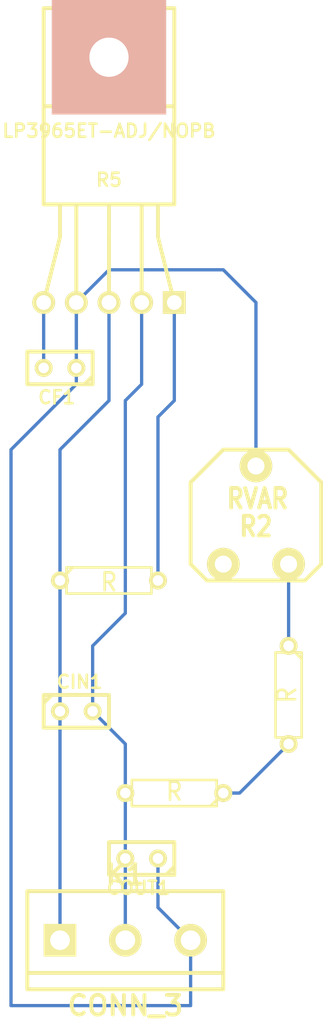
<source format=kicad_pcb>
(kicad_pcb (version 3) (host pcbnew "(2013-may-18)-stable")

  (general
    (links 15)
    (no_connects 0)
    (area 175.468845 42.98982 202.336401 124.3584)
    (thickness 1.6)
    (drawings 0)
    (tracks 38)
    (zones 0)
    (modules 9)
    (nets 8)
  )

  (page A3)
  (layers
    (15 F.Cu signal)
    (0 B.Cu signal)
    (16 B.Adhes user)
    (17 F.Adhes user)
    (18 B.Paste user)
    (19 F.Paste user)
    (20 B.SilkS user)
    (21 F.SilkS user)
    (22 B.Mask user)
    (23 F.Mask user)
    (24 Dwgs.User user)
    (25 Cmts.User user)
    (26 Eco1.User user)
    (27 Eco2.User user)
    (28 Edge.Cuts user)
  )

  (setup
    (last_trace_width 0.254)
    (trace_clearance 0.254)
    (zone_clearance 0.508)
    (zone_45_only no)
    (trace_min 0.254)
    (segment_width 0.2)
    (edge_width 0.15)
    (via_size 0.889)
    (via_drill 0.635)
    (via_min_size 0.889)
    (via_min_drill 0.508)
    (uvia_size 0.508)
    (uvia_drill 0.127)
    (uvias_allowed no)
    (uvia_min_size 0.508)
    (uvia_min_drill 0.127)
    (pcb_text_width 0.3)
    (pcb_text_size 1 1)
    (mod_edge_width 0.15)
    (mod_text_size 1 1)
    (mod_text_width 0.15)
    (pad_size 1 1)
    (pad_drill 0.6)
    (pad_to_mask_clearance 0)
    (aux_axis_origin 0 0)
    (visible_elements 7FFFFFFF)
    (pcbplotparams
      (layerselection 3178497)
      (usegerberextensions true)
      (excludeedgelayer true)
      (linewidth 0.150000)
      (plotframeref false)
      (viasonmask false)
      (mode 1)
      (useauxorigin false)
      (hpglpennumber 1)
      (hpglpenspeed 20)
      (hpglpendiameter 15)
      (hpglpenoverlay 2)
      (psnegative false)
      (psa4output false)
      (plotreference true)
      (plotvalue true)
      (plotothertext true)
      (plotinvisibletext false)
      (padsonsilk false)
      (subtractmaskfromsilk false)
      (outputformat 1)
      (mirror false)
      (drillshape 1)
      (scaleselection 1)
      (outputdirectory ""))
  )

  (net 0 "")
  (net 1 GND)
  (net 2 N-000002)
  (net 3 N-000003)
  (net 4 N-000004)
  (net 5 N-000005)
  (net 6 N-000006)
  (net 7 N-000007)

  (net_class Default "This is the default net class."
    (clearance 0.254)
    (trace_width 0.254)
    (via_dia 0.889)
    (via_drill 0.635)
    (uvia_dia 0.508)
    (uvia_drill 0.127)
    (add_net "")
    (add_net GND)
    (add_net N-000002)
    (add_net N-000003)
    (add_net N-000004)
    (add_net N-000005)
    (add_net N-000006)
    (add_net N-000007)
  )

  (module TO220-5 (layer F.Cu) (tedit 5404E6D1) (tstamp 54174E0F)
    (at 185.42 66.04 90)
    (descr "Transistor TO 220-5")
    (tags "TR TO220 DEV")
    (path /5404C824)
    (fp_text reference R5 (at 6.985 0 180) (layer F.SilkS)
      (effects (font (size 1.016 1.016) (thickness 0.2032)))
    )
    (fp_text value LP3965ET-ADJ/NOPB (at 10.795 0 180) (layer F.SilkS)
      (effects (font (size 1.016 1.016) (thickness 0.2032)))
    )
    (fp_line (start 5.08 3.81) (end 2.54 3.81) (layer F.SilkS) (width 0.3))
    (fp_line (start 2.54 2.54) (end 5.08 2.54) (layer F.SilkS) (width 0.3))
    (fp_line (start 2.54 0) (end 5.08 0) (layer F.SilkS) (width 0.3))
    (fp_line (start 5.08 -2.54) (end -2.54 -2.54) (layer F.SilkS) (width 0.3))
    (fp_line (start 5.08 -3.81) (end 2.54 -3.81) (layer F.SilkS) (width 0.3))
    (fp_line (start 2.54 -3.81) (end -2.54 -5.08) (layer F.SilkS) (width 0.3))
    (fp_line (start -2.54 5.08) (end 2.54 3.81) (layer F.SilkS) (width 0.3))
    (fp_line (start -2.54 0) (end 2.54 0) (layer F.SilkS) (width 0.3048))
    (fp_line (start -2.54 2.54) (end 2.54 2.54) (layer F.SilkS) (width 0.3048))
    (fp_line (start 5.08 5.08) (end 20.32 5.08) (layer F.SilkS) (width 0.3048))
    (fp_line (start 20.32 5.08) (end 20.32 -5.08) (layer F.SilkS) (width 0.3048))
    (fp_line (start 20.32 -5.08) (end 5.08 -5.08) (layer F.SilkS) (width 0.3048))
    (fp_line (start 5.08 -5.08) (end 5.08 5.08) (layer F.SilkS) (width 0.3048))
    (fp_line (start 12.7 3.81) (end 12.7 -5.08) (layer F.SilkS) (width 0.3048))
    (fp_line (start 12.7 3.81) (end 12.7 5.08) (layer F.SilkS) (width 0.3048))
    (pad 1 thru_hole rect (at -2.54 5.08 90) (size 1.778 1.778) (drill 1.143)
      (layers *.Cu *.Mask F.SilkS)
      (net 3 N-000003)
    )
    (pad 2 thru_hole circle (at -2.54 0 90) (size 1.778 1.778) (drill 1.143)
      (layers *.Cu *.Mask F.SilkS)
      (net 7 N-000007)
    )
    (pad 3 thru_hole circle (at -2.54 2.54 90) (size 1.778 1.778) (drill 1.143)
      (layers *.Cu *.Mask F.SilkS)
      (net 1 GND)
    )
    (pad 6 thru_hole rect (at 16.51 0 90) (size 8.89 8.89) (drill 3.048)
      (layers *.Cu *.SilkS *.Mask)
    )
    (pad 4 thru_hole circle (at -2.54 -2.54 90) (size 1.778 1.778) (drill 1.143)
      (layers *.Cu *.Mask F.SilkS)
      (net 6 N-000006)
    )
    (pad 5 thru_hole circle (at -2.54 -5.08 90) (size 1.778 1.778) (drill 1.143)
      (layers *.Cu *.Mask F.SilkS)
      (net 2 N-000002)
    )
    (model discret/to220_horiz.wrl
      (at (xyz 0 0 0))
      (scale (xyz 1 1 1))
      (rotate (xyz 0 0 0))
    )
  )

  (module R3 (layer F.Cu) (tedit 4E4C0E65) (tstamp 543307FA)
    (at 190.5 106.68 180)
    (descr "Resitance 3 pas")
    (tags R)
    (path /5404C8D9)
    (autoplace_cost180 10)
    (fp_text reference R1 (at 0 0.127 180) (layer F.SilkS) hide
      (effects (font (size 1.397 1.27) (thickness 0.2032)))
    )
    (fp_text value R (at 0 0.127 180) (layer F.SilkS)
      (effects (font (size 1.397 1.27) (thickness 0.2032)))
    )
    (fp_line (start -3.81 0) (end -3.302 0) (layer F.SilkS) (width 0.2032))
    (fp_line (start 3.81 0) (end 3.302 0) (layer F.SilkS) (width 0.2032))
    (fp_line (start 3.302 0) (end 3.302 -1.016) (layer F.SilkS) (width 0.2032))
    (fp_line (start 3.302 -1.016) (end -3.302 -1.016) (layer F.SilkS) (width 0.2032))
    (fp_line (start -3.302 -1.016) (end -3.302 1.016) (layer F.SilkS) (width 0.2032))
    (fp_line (start -3.302 1.016) (end 3.302 1.016) (layer F.SilkS) (width 0.2032))
    (fp_line (start 3.302 1.016) (end 3.302 0) (layer F.SilkS) (width 0.2032))
    (fp_line (start -3.302 -0.508) (end -2.794 -1.016) (layer F.SilkS) (width 0.2032))
    (pad 1 thru_hole circle (at -3.81 0 180) (size 1.397 1.397) (drill 0.8128)
      (layers *.Cu *.Mask F.SilkS)
      (net 5 N-000005)
    )
    (pad 2 thru_hole circle (at 3.81 0 180) (size 1.397 1.397) (drill 0.8128)
      (layers *.Cu *.Mask F.SilkS)
      (net 1 GND)
    )
    (model discret/resistor.wrl
      (at (xyz 0 0 0))
      (scale (xyz 0.3 0.3 0.3))
      (rotate (xyz 0 0 0))
    )
  )

  (module R3 (layer F.Cu) (tedit 4E4C0E65) (tstamp 5432FE3F)
    (at 199.39 99.06 270)
    (descr "Resitance 3 pas")
    (tags R)
    (path /5404D4B5)
    (autoplace_cost180 10)
    (fp_text reference R3 (at 0 0.127 270) (layer F.SilkS) hide
      (effects (font (size 1.397 1.27) (thickness 0.2032)))
    )
    (fp_text value R (at 0 0.127 270) (layer F.SilkS)
      (effects (font (size 1.397 1.27) (thickness 0.2032)))
    )
    (fp_line (start -3.81 0) (end -3.302 0) (layer F.SilkS) (width 0.2032))
    (fp_line (start 3.81 0) (end 3.302 0) (layer F.SilkS) (width 0.2032))
    (fp_line (start 3.302 0) (end 3.302 -1.016) (layer F.SilkS) (width 0.2032))
    (fp_line (start 3.302 -1.016) (end -3.302 -1.016) (layer F.SilkS) (width 0.2032))
    (fp_line (start -3.302 -1.016) (end -3.302 1.016) (layer F.SilkS) (width 0.2032))
    (fp_line (start -3.302 1.016) (end 3.302 1.016) (layer F.SilkS) (width 0.2032))
    (fp_line (start 3.302 1.016) (end 3.302 0) (layer F.SilkS) (width 0.2032))
    (fp_line (start -3.302 -0.508) (end -2.794 -1.016) (layer F.SilkS) (width 0.2032))
    (pad 1 thru_hole circle (at -3.81 0 270) (size 1.397 1.397) (drill 0.8128)
      (layers *.Cu *.Mask F.SilkS)
      (net 4 N-000004)
    )
    (pad 2 thru_hole circle (at 3.81 0 270) (size 1.397 1.397) (drill 0.8128)
      (layers *.Cu *.Mask F.SilkS)
      (net 5 N-000005)
    )
    (model discret/resistor.wrl
      (at (xyz 0 0 0))
      (scale (xyz 0.3 0.3 0.3))
      (rotate (xyz 0 0 0))
    )
  )

  (module R3 (layer F.Cu) (tedit 4E4C0E65) (tstamp 54174E39)
    (at 185.42 90.17)
    (descr "Resitance 3 pas")
    (tags R)
    (path /5404D6B8)
    (autoplace_cost180 10)
    (fp_text reference R4 (at 0 0.127) (layer F.SilkS) hide
      (effects (font (size 1.397 1.27) (thickness 0.2032)))
    )
    (fp_text value R (at 0 0.127) (layer F.SilkS)
      (effects (font (size 1.397 1.27) (thickness 0.2032)))
    )
    (fp_line (start -3.81 0) (end -3.302 0) (layer F.SilkS) (width 0.2032))
    (fp_line (start 3.81 0) (end 3.302 0) (layer F.SilkS) (width 0.2032))
    (fp_line (start 3.302 0) (end 3.302 -1.016) (layer F.SilkS) (width 0.2032))
    (fp_line (start 3.302 -1.016) (end -3.302 -1.016) (layer F.SilkS) (width 0.2032))
    (fp_line (start -3.302 -1.016) (end -3.302 1.016) (layer F.SilkS) (width 0.2032))
    (fp_line (start -3.302 1.016) (end 3.302 1.016) (layer F.SilkS) (width 0.2032))
    (fp_line (start 3.302 1.016) (end 3.302 0) (layer F.SilkS) (width 0.2032))
    (fp_line (start -3.302 -0.508) (end -2.794 -1.016) (layer F.SilkS) (width 0.2032))
    (pad 1 thru_hole circle (at -3.81 0) (size 1.397 1.397) (drill 0.8128)
      (layers *.Cu *.Mask F.SilkS)
      (net 7 N-000007)
    )
    (pad 2 thru_hole circle (at 3.81 0) (size 1.397 1.397) (drill 0.8128)
      (layers *.Cu *.Mask F.SilkS)
      (net 3 N-000003)
    )
    (model discret/resistor.wrl
      (at (xyz 0 0 0))
      (scale (xyz 0.3 0.3 0.3))
      (rotate (xyz 0 0 0))
    )
  )

  (module C1 (layer F.Cu) (tedit 3F92C496) (tstamp 54174E44)
    (at 182.88 100.33)
    (descr "Condensateur e = 1 pas")
    (tags C)
    (path /5404CBF8)
    (fp_text reference CIN1 (at 0.254 -2.286) (layer F.SilkS)
      (effects (font (size 1.016 1.016) (thickness 0.2032)))
    )
    (fp_text value C (at 0 -2.286) (layer F.SilkS) hide
      (effects (font (size 1.016 1.016) (thickness 0.2032)))
    )
    (fp_line (start -2.4892 -1.27) (end 2.54 -1.27) (layer F.SilkS) (width 0.3048))
    (fp_line (start 2.54 -1.27) (end 2.54 1.27) (layer F.SilkS) (width 0.3048))
    (fp_line (start 2.54 1.27) (end -2.54 1.27) (layer F.SilkS) (width 0.3048))
    (fp_line (start -2.54 1.27) (end -2.54 -1.27) (layer F.SilkS) (width 0.3048))
    (fp_line (start -2.54 -0.635) (end -1.905 -1.27) (layer F.SilkS) (width 0.3048))
    (pad 1 thru_hole circle (at -1.27 0) (size 1.397 1.397) (drill 0.8128)
      (layers *.Cu *.Mask F.SilkS)
      (net 7 N-000007)
    )
    (pad 2 thru_hole circle (at 1.27 0) (size 1.397 1.397) (drill 0.8128)
      (layers *.Cu *.Mask F.SilkS)
      (net 1 GND)
    )
    (model discret/capa_1_pas.wrl
      (at (xyz 0 0 0))
      (scale (xyz 1 1 1))
      (rotate (xyz 0 0 0))
    )
  )

  (module C1 (layer F.Cu) (tedit 3F92C496) (tstamp 5432FEBE)
    (at 181.61 73.66 180)
    (descr "Condensateur e = 1 pas")
    (tags C)
    (path /5404D387)
    (fp_text reference CF1 (at 0.254 -2.286 180) (layer F.SilkS)
      (effects (font (size 1.016 1.016) (thickness 0.2032)))
    )
    (fp_text value C (at 0 -2.286 180) (layer F.SilkS) hide
      (effects (font (size 1.016 1.016) (thickness 0.2032)))
    )
    (fp_line (start -2.4892 -1.27) (end 2.54 -1.27) (layer F.SilkS) (width 0.3048))
    (fp_line (start 2.54 -1.27) (end 2.54 1.27) (layer F.SilkS) (width 0.3048))
    (fp_line (start 2.54 1.27) (end -2.54 1.27) (layer F.SilkS) (width 0.3048))
    (fp_line (start -2.54 1.27) (end -2.54 -1.27) (layer F.SilkS) (width 0.3048))
    (fp_line (start -2.54 -0.635) (end -1.905 -1.27) (layer F.SilkS) (width 0.3048))
    (pad 1 thru_hole circle (at -1.27 0 180) (size 1.397 1.397) (drill 0.8128)
      (layers *.Cu *.Mask F.SilkS)
      (net 6 N-000006)
    )
    (pad 2 thru_hole circle (at 1.27 0 180) (size 1.397 1.397) (drill 0.8128)
      (layers *.Cu *.Mask F.SilkS)
      (net 2 N-000002)
    )
    (model discret/capa_1_pas.wrl
      (at (xyz 0 0 0))
      (scale (xyz 1 1 1))
      (rotate (xyz 0 0 0))
    )
  )

  (module C1 (layer F.Cu) (tedit 3F92C496) (tstamp 54174E5A)
    (at 187.96 111.76 180)
    (descr "Condensateur e = 1 pas")
    (tags C)
    (path /5404D521)
    (fp_text reference COUT1 (at 0.254 -2.286 180) (layer F.SilkS)
      (effects (font (size 1.016 1.016) (thickness 0.2032)))
    )
    (fp_text value C (at 0 -2.286 180) (layer F.SilkS) hide
      (effects (font (size 1.016 1.016) (thickness 0.2032)))
    )
    (fp_line (start -2.4892 -1.27) (end 2.54 -1.27) (layer F.SilkS) (width 0.3048))
    (fp_line (start 2.54 -1.27) (end 2.54 1.27) (layer F.SilkS) (width 0.3048))
    (fp_line (start 2.54 1.27) (end -2.54 1.27) (layer F.SilkS) (width 0.3048))
    (fp_line (start -2.54 1.27) (end -2.54 -1.27) (layer F.SilkS) (width 0.3048))
    (fp_line (start -2.54 -0.635) (end -1.905 -1.27) (layer F.SilkS) (width 0.3048))
    (pad 1 thru_hole circle (at -1.27 0 180) (size 1.397 1.397) (drill 0.8128)
      (layers *.Cu *.Mask F.SilkS)
      (net 6 N-000006)
    )
    (pad 2 thru_hole circle (at 1.27 0 180) (size 1.397 1.397) (drill 0.8128)
      (layers *.Cu *.Mask F.SilkS)
      (net 1 GND)
    )
    (model discret/capa_1_pas.wrl
      (at (xyz 0 0 0))
      (scale (xyz 1 1 1))
      (rotate (xyz 0 0 0))
    )
  )

  (module bornier3 (layer F.Cu) (tedit 54330689) (tstamp 54174E66)
    (at 186.69 118.11)
    (descr "Bornier d'alimentation 3 pins")
    (tags DEV)
    (path /5404D61C)
    (fp_text reference K1 (at 0 -5.08) (layer F.SilkS)
      (effects (font (size 1.524 1.524) (thickness 0.3048)))
    )
    (fp_text value CONN_3 (at 0 5.08) (layer F.SilkS)
      (effects (font (size 1.524 1.524) (thickness 0.3048)))
    )
    (fp_line (start -7.62 3.81) (end -7.62 -3.81) (layer F.SilkS) (width 0.3048))
    (fp_line (start 7.62 3.81) (end 7.62 -3.81) (layer F.SilkS) (width 0.3048))
    (fp_line (start -7.62 2.54) (end 7.62 2.54) (layer F.SilkS) (width 0.3048))
    (fp_line (start -7.62 -3.81) (end 7.62 -3.81) (layer F.SilkS) (width 0.3048))
    (fp_line (start -7.62 3.81) (end 7.62 3.81) (layer F.SilkS) (width 0.3048))
    (pad 1 thru_hole rect (at -5.08 0) (size 2.54 2.54) (drill 1.524)
      (layers *.Cu *.Mask F.SilkS)
      (net 7 N-000007)
    )
    (pad 2 thru_hole circle (at 0 0) (size 2.54 2.54) (drill 1.524)
      (layers *.Cu *.Mask F.SilkS)
      (net 1 GND)
    )
    (pad 3 thru_hole circle (at 5.08 0) (size 2.54 2.54) (drill 1.524)
      (layers *.Cu *.Mask F.SilkS)
      (net 6 N-000006)
    )
    (model device/bornier_3.wrl
      (at (xyz 0 0 0))
      (scale (xyz 1 1 1))
      (rotate (xyz 0 0 0))
    )
  )

  (module CVAR3X2 (layer F.Cu) (tedit 200000) (tstamp 5432FDD9)
    (at 196.85 85.09)
    (descr "Condensateur ajustable")
    (tags "C DEV")
    (path /5404D44D)
    (fp_text reference R2 (at 0 0.889) (layer F.SilkS)
      (effects (font (size 1.524 1.27) (thickness 0.3048)))
    )
    (fp_text value RVAR (at 0.127 -1.27) (layer F.SilkS)
      (effects (font (size 1.524 1.27) (thickness 0.3048)))
    )
    (fp_line (start 2.54 -5.08) (end -2.54 -5.08) (layer F.SilkS) (width 0.3048))
    (fp_line (start -2.54 -5.08) (end -5.08 -2.54) (layer F.SilkS) (width 0.3048))
    (fp_line (start -5.08 -2.54) (end -5.08 3.81) (layer F.SilkS) (width 0.3048))
    (fp_line (start -5.08 3.81) (end -3.81 5.08) (layer F.SilkS) (width 0.3048))
    (fp_line (start -3.81 5.08) (end 3.81 5.08) (layer F.SilkS) (width 0.3048))
    (fp_line (start 3.81 5.08) (end 5.08 3.81) (layer F.SilkS) (width 0.3048))
    (fp_line (start 5.08 3.81) (end 5.08 -2.54) (layer F.SilkS) (width 0.3048))
    (fp_line (start 5.08 -2.54) (end 2.54 -5.08) (layer F.SilkS) (width 0.3048))
    (pad 1 thru_hole circle (at 0 -3.81) (size 2.54 2.54) (drill 1.3208)
      (layers *.Cu *.Mask F.SilkS)
      (net 6 N-000006)
    )
    (pad 2 thru_hole circle (at 2.54 3.81) (size 2.54 2.54) (drill 1.3208)
      (layers *.Cu *.Mask F.SilkS)
      (net 4 N-000004)
    )
    (pad 3 thru_hole circle (at -2.54 3.81) (size 2.54 2.54) (drill 1.3208)
      (layers *.Cu *.Mask F.SilkS)
    )
  )

  (segment (start 186.69 118.11) (end 186.69 111.76) (width 0.254) (layer B.Cu) (net 1))
  (segment (start 186.69 106.68) (end 186.69 102.87) (width 0.254) (layer B.Cu) (net 1))
  (segment (start 186.69 102.87) (end 184.15 100.33) (width 0.254) (layer B.Cu) (net 1) (tstamp 54330803))
  (segment (start 186.69 104.14) (end 186.69 102.87) (width 0.254) (layer B.Cu) (net 1))
  (segment (start 186.69 102.87) (end 184.15 100.33) (width 0.254) (layer B.Cu) (net 1) (tstamp 54330699))
  (segment (start 184.15 100.33) (end 184.15 95.25) (width 0.254) (layer B.Cu) (net 1) (tstamp 5433069B))
  (segment (start 186.69 92.71) (end 186.69 91.44) (width 0.254) (layer B.Cu) (net 1) (tstamp 543306A3))
  (segment (start 184.15 95.25) (end 186.69 92.71) (width 0.254) (layer B.Cu) (net 1) (tstamp 5433069F))
  (segment (start 186.69 118.11) (end 186.69 104.14) (width 0.254) (layer B.Cu) (net 1))
  (segment (start 186.69 91.44) (end 186.69 76.2) (width 0.254) (layer B.Cu) (net 1) (tstamp 543306A9))
  (segment (start 187.96 74.93) (end 187.96 68.58) (width 0.254) (layer B.Cu) (net 1) (tstamp 543302B4))
  (segment (start 186.69 76.2) (end 187.96 74.93) (width 0.254) (layer B.Cu) (net 1) (tstamp 543302AB))
  (segment (start 180.34 73.66) (end 180.34 68.58) (width 0.254) (layer B.Cu) (net 2))
  (segment (start 189.23 90.17) (end 189.23 77.47) (width 0.254) (layer B.Cu) (net 3))
  (segment (start 190.5 76.2) (end 190.5 68.58) (width 0.254) (layer B.Cu) (net 3) (tstamp 54330799))
  (segment (start 189.23 77.47) (end 190.5 76.2) (width 0.254) (layer B.Cu) (net 3) (tstamp 54330795))
  (segment (start 199.39 95.25) (end 199.39 88.9) (width 0.254) (layer B.Cu) (net 4))
  (segment (start 194.31 106.68) (end 195.58 106.68) (width 0.254) (layer B.Cu) (net 5))
  (segment (start 195.58 106.68) (end 199.39 102.87) (width 0.254) (layer B.Cu) (net 5) (tstamp 5457E331))
  (segment (start 196.85 81.28) (end 196.85 68.58) (width 0.254) (layer B.Cu) (net 6))
  (segment (start 185.42 66.04) (end 182.88 68.58) (width 0.254) (layer B.Cu) (net 6) (tstamp 543C1835))
  (segment (start 194.31 66.04) (end 185.42 66.04) (width 0.254) (layer B.Cu) (net 6) (tstamp 543C182A))
  (segment (start 196.85 68.58) (end 194.31 66.04) (width 0.254) (layer B.Cu) (net 6) (tstamp 543C1821))
  (segment (start 182.88 68.58) (end 182.88 73.66) (width 0.254) (layer B.Cu) (net 6))
  (segment (start 182.88 63.5) (end 182.88 68.58) (width 0.254) (layer B.Cu) (net 6) (tstamp 543309CA))
  (segment (start 182.88 68.58) (end 182.88 63.5) (width 0.254) (layer B.Cu) (net 6))
  (segment (start 189.23 111.76) (end 189.23 115.57) (width 0.254) (layer B.Cu) (net 6))
  (segment (start 189.23 115.57) (end 191.77 118.11) (width 0.254) (layer B.Cu) (net 6) (tstamp 54330915))
  (segment (start 191.77 118.11) (end 191.77 123.19) (width 0.254) (layer B.Cu) (net 6))
  (segment (start 182.88 74.93) (end 182.88 68.58) (width 0.254) (layer B.Cu) (net 6) (tstamp 5433028B))
  (segment (start 177.8 80.01) (end 182.88 74.93) (width 0.254) (layer B.Cu) (net 6) (tstamp 54330283))
  (segment (start 177.8 123.19) (end 177.8 80.01) (width 0.254) (layer B.Cu) (net 6) (tstamp 54330280))
  (segment (start 191.77 123.19) (end 177.8 123.19) (width 0.254) (layer B.Cu) (net 6) (tstamp 54330273))
  (segment (start 181.61 100.33) (end 181.61 90.17) (width 0.254) (layer B.Cu) (net 7))
  (segment (start 181.61 118.11) (end 181.61 100.33) (width 0.254) (layer B.Cu) (net 7))
  (segment (start 181.61 100.33) (end 181.61 80.01) (width 0.254) (layer B.Cu) (net 7) (tstamp 54330743))
  (segment (start 181.61 80.01) (end 185.42 76.2) (width 0.254) (layer B.Cu) (net 7) (tstamp 54330746))
  (segment (start 185.42 76.2) (end 185.42 68.58) (width 0.254) (layer B.Cu) (net 7) (tstamp 54330754))

)

</source>
